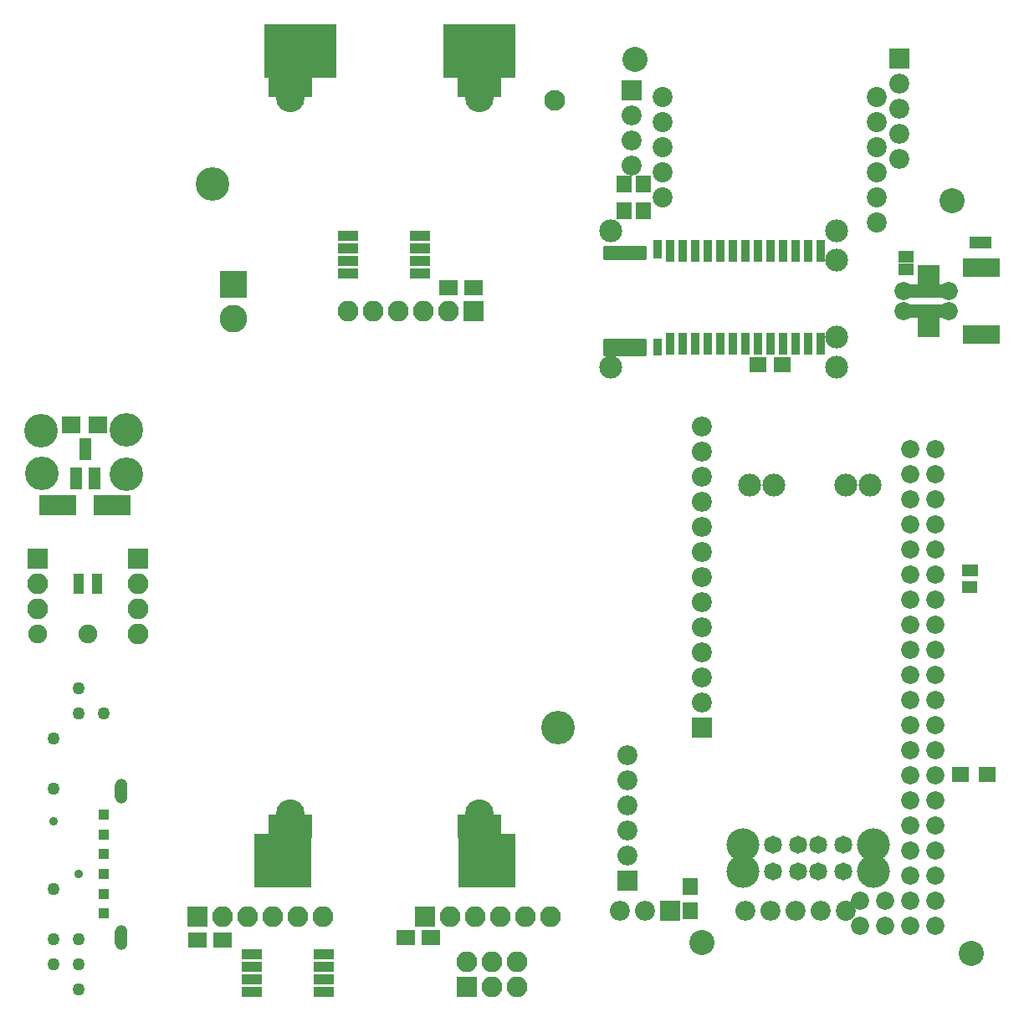
<source format=gts>
%MOIN*%
%OFA0B0*%
%FSLAX46Y46*%
%IPPOS*%
%LPD*%
%ADD10C,0.0039370078740157488*%
%ADD11C,0.1*%
%ADD12R,0.063779527559055124X0.07165354330708662*%
%ADD13O,0.091338582677165353X0.091338582677165353*%
%ADD14R,0.079527559055118116X0.079527559055118116*%
%ADD15O,0.079527559055118116X0.079527559055118116*%
%ADD16R,0.15039370078740158X0.05196850393700788*%
%ADD17R,0.14645669291338584X0.075590551181102361*%
%ADD18C,0.0725984251968504*%
%ADD19R,0.091338582677165353X0.091338582677165353*%
%ADD20R,0.0625984251968504X0.050787401574803152*%
%ADD21C,0.079527559055118116*%
%ADD22R,0.07165354330708662X0.063779527559055124*%
%ADD23R,0.061811023622047247X0.07165354330708662*%
%ADD24R,0.07165354330708662X0.061811023622047247*%
%ADD25R,0.036220472440944888X0.067716535433070865*%
%ADD26R,0.036220472440944888X0.091338582677165353*%
%ADD27R,0.036220472440944888X0.075590551181102361*%
%ADD28R,0.032283464566929133X0.048031496062992125*%
%ADD29C,0.07165354330708662*%
%ADD30C,0.13070866141732285*%
%ADD31C,0.091338582677165353*%
%ADD32C,0.01*%
%ADD43C,0.0078740157480314977*%
%ADD44C,0.1141732283464567*%
%ADD45R,0.29133858267716539X0.21259842519685043*%
%ADD46R,0.2283464566929134X0.21259842519685043*%
%ADD47C,0.082677165354330714*%
%ADD48C,0.13385826771653545*%
%ADD49R,0.17322834645669294X0.094488188976377951*%
%ADD50C,0.11023622047244094*%
%ADD51R,0.11023622047244094X0.11023622047244094*%
%ADD52C,0.0078740157480314977*%
%ADD53R,0.074803149606299218X0.064960629921259838*%
%ADD54R,0.082677165354330714X0.041338582677165357*%
%ADD55R,0.082677165354330714X0.082677165354330714*%
%ADD56O,0.082677165354330714X0.082677165354330714*%
%ADD57C,0.0078740157480314977*%
%ADD58R,0.074803149606299218X0.064960629921259838*%
%ADD59R,0.082677165354330714X0.082677165354330714*%
%ADD60O,0.082677165354330714X0.082677165354330714*%
%ADD61C,0.0078740157480314977*%
%ADD62R,0.082677165354330714X0.082677165354330714*%
%ADD63O,0.082677165354330714X0.082677165354330714*%
%ADD64R,0.041338582677165357X0.031496062992125991*%
%ADD65C,0.074803149606299218*%
%ADD66C,0.005905511811023622*%
%ADD67R,0.04X0.04*%
%ADD68O,0.05X0.1*%
%ADD69C,0.05*%
%ADD70C,0.035*%
%ADD71C,0.0078740157480314977*%
%ADD72R,0.1456692913385827X0.082677165354330714*%
%ADD73R,0.047244094488188976X0.0905511811023622*%
%ADD74R,0.074803149606299218X0.066929133858267723*%
%ADD75C,0.13385826771653545*%
%ADD76C,0.0078740157480314977*%
%ADD77R,0.074803149606299218X0.064960629921259838*%
%ADD78R,0.082677165354330714X0.041338582677165357*%
%ADD79R,0.082677165354330714X0.082677165354330714*%
%ADD80O,0.082677165354330714X0.082677165354330714*%
%ADD81C,0.0078740157480314977*%
%LPD*%
G01G01*
D10*
D11*
X0000728346Y0005511811D02*
X0003753937Y0003220472D03*
D12*
X0002525846Y0003181161D03*
X0002525846Y0003287460D03*
D13*
X0002394661Y0003103118D03*
X0002394661Y0002559811D03*
X0003294661Y0003103118D03*
X0003294661Y0002985007D03*
X0003294661Y0002677921D03*
X0003294661Y0002559811D03*
D14*
X0002463346Y0000511811D03*
D15*
X0002463346Y0000611811D03*
X0002463346Y0000711811D03*
X0002463346Y0000811811D03*
X0002463346Y0000911810D03*
X0002463346Y0001011811D03*
D16*
X0003653094Y0002782440D03*
X0003653094Y0002861181D03*
D17*
X0003871598Y0002687952D03*
X0003871598Y0002955669D03*
D18*
X0003562346Y0002781811D03*
X0003562346Y0002861811D03*
X0003742346Y0002861811D03*
X0003742346Y0002781811D03*
D19*
X0003662346Y0002721811D03*
X0003662346Y0002921811D03*
D14*
X0002758346Y0001121811D03*
D15*
X0002758346Y0001221811D03*
X0002758346Y0001321811D03*
X0002758346Y0001421811D03*
X0002758346Y0001521811D03*
X0002758346Y0001621811D03*
X0002758346Y0001721810D03*
X0002758346Y0001821811D03*
X0002758346Y0001921810D03*
X0002758346Y0002021811D03*
X0002758346Y0002121811D03*
X0002758346Y0002221811D03*
X0002758346Y0002321811D03*
D14*
X0002478346Y0003661810D03*
D15*
X0002478346Y0003561811D03*
X0002478346Y0003461811D03*
X0002478346Y0003361811D03*
D20*
X0003570346Y0002946614D03*
X0003570346Y0002997007D03*
D14*
X0003546346Y0003787811D03*
D15*
X0003546346Y0003687811D03*
X0003546346Y0003587811D03*
X0003546346Y0003487811D03*
X0003546346Y0003387811D03*
D12*
X0002448346Y0003180511D03*
X0002448346Y0003286811D03*
D21*
X0002602346Y0003633811D03*
X0002602346Y0003533811D03*
X0002602346Y0003433811D03*
X0002602346Y0003333811D03*
X0002602346Y0003233811D03*
X0003456677Y0003633811D03*
X0003456677Y0003533811D03*
X0003456677Y0003433811D03*
X0003456677Y0003333811D03*
X0003456677Y0003233811D03*
X0003456677Y0003133811D03*
D22*
X0003894045Y0000935410D03*
X0003787746Y0000935410D03*
D23*
X0002710846Y0000390098D03*
X0002710846Y0000488523D03*
D24*
X0002981633Y0002569310D03*
X0003080059Y0002569310D03*
D25*
X0002583346Y0002638110D03*
D26*
X0002633346Y0002649921D03*
X0002683346Y0002649921D03*
X0002733346Y0002649921D03*
X0002783346Y0002649921D03*
X0002833346Y0002649921D03*
X0002883346Y0002649921D03*
X0002933346Y0002649921D03*
X0002983346Y0002649921D03*
X0003033346Y0002649921D03*
X0003083346Y0002649921D03*
X0003133346Y0002649921D03*
X0003183346Y0002649921D03*
X0003233346Y0002649921D03*
X0003233346Y0003020000D03*
X0003183346Y0003020000D03*
X0003133346Y0003020000D03*
X0003083346Y0003020000D03*
X0003033346Y0003020000D03*
X0002983346Y0003020000D03*
X0002933346Y0003020000D03*
X0002883346Y0003020000D03*
X0002833346Y0003020000D03*
X0002783346Y0003020000D03*
X0002733346Y0003020000D03*
X0002683346Y0003020000D03*
X0002633346Y0003020000D03*
D27*
X0002583346Y0003027874D03*
D28*
X0003811946Y0001682211D03*
X0003839505Y0001682211D03*
X0003813187Y0001749811D03*
X0003840746Y0001749811D03*
D29*
X0003320767Y0000549192D03*
X0003220767Y0000549192D03*
X0003140846Y0000549192D03*
X0003040846Y0000549192D03*
D30*
X0003440846Y0000654311D03*
X0002922736Y0000654311D03*
D14*
X0002630846Y0000391810D03*
D15*
X0002530846Y0000391810D03*
X0002430846Y0000391810D03*
D29*
X0003042425Y0000653811D03*
X0003142425Y0000653811D03*
X0003222346Y0000653811D03*
X0003322346Y0000653811D03*
D30*
X0002922346Y0000548692D03*
X0003440456Y0000548692D03*
D21*
X0003330846Y0000391810D03*
D15*
X0003230846Y0000391810D03*
X0003130846Y0000391810D03*
X0003030846Y0000391810D03*
X0002930846Y0000391810D03*
D18*
X0003588346Y0002231811D03*
X0003688346Y0002231811D03*
X0003588346Y0002131810D03*
X0003688346Y0002131810D03*
X0003588346Y0002031811D03*
X0003688346Y0002031811D03*
X0003588346Y0001931811D03*
X0003688346Y0001931811D03*
X0003588346Y0001831811D03*
X0003688346Y0001831811D03*
X0003588346Y0001731811D03*
X0003688346Y0001731811D03*
X0003588346Y0001631810D03*
X0003688346Y0001631810D03*
X0003588346Y0001531811D03*
X0003688346Y0001531811D03*
X0003588346Y0001431810D03*
X0003688346Y0001431810D03*
X0003588346Y0001331811D03*
X0003688346Y0001331811D03*
X0003588346Y0001231810D03*
X0003688346Y0001231810D03*
X0003588346Y0001131811D03*
X0003688346Y0001131811D03*
X0003588346Y0001031811D03*
X0003688346Y0001031811D03*
X0003588346Y0000931811D03*
X0003688346Y0000931811D03*
X0003588346Y0000831811D03*
X0003688346Y0000831811D03*
X0003588346Y0000731810D03*
X0003688346Y0000731810D03*
X0003588346Y0000631811D03*
X0003688346Y0000631811D03*
X0003588346Y0000531810D03*
X0003688346Y0000531810D03*
X0003588346Y0000431810D03*
X0003688346Y0000431810D03*
X0003588346Y0000331810D03*
X0003688346Y0000331810D03*
X0003488346Y0000431810D03*
X0003488346Y0000331810D03*
X0003388346Y0000431810D03*
X0003388346Y0000331810D03*
D31*
X0003046881Y0002087811D03*
X0002948456Y0002087811D03*
X0003428771Y0002087811D03*
X0003330346Y0002087811D03*
D28*
X0003896105Y0003056211D03*
X0003868546Y0003056211D03*
X0003840987Y0003056211D03*
D11*
X0002492125Y0003783464D03*
X0002759842Y0000265748D03*
X0003832677Y0000220472D03*
D32*
G36*
X0002530433Y0002993188D02*
X0002367204Y0002993188D01*
X0002367204Y0003038307D01*
X0002530433Y0003038307D01*
X0002530433Y0002993188D01*
X0002530433Y0002993188D01*
G37*
X0002530433Y0002993188D02*
X0002367204Y0002993188D01*
X0002367204Y0003038307D01*
X0002530433Y0003038307D01*
X0002530433Y0002993188D01*
G36*
X0002530433Y0002607362D02*
X0002367204Y0002607362D01*
X0002367204Y0002668228D01*
X0002530433Y0002668228D01*
X0002530433Y0002607362D01*
X0002530433Y0002607362D01*
G37*
X0002530433Y0002607362D02*
X0002367204Y0002607362D01*
X0002367204Y0002668228D01*
X0002530433Y0002668228D01*
X0002530433Y0002607362D01*
G04 next file*
G04 Gerber Fmt 4.6, Leading zero omitted, Abs format (unit mm)*
G04 Created by KiCad (PCBNEW 4.0.4-stable) date 05/07/17 02:49:31*
G01G01*
G04 APERTURE LIST*
G04 APERTURE END LIST*
D43*
D44*
X-0004409448Y0006141732D02*
X0001120078Y0003631889D03*
X0001872047Y0003631889D03*
X0001120078Y0000777559D03*
X0001872047Y0000777559D03*
D45*
X0001159448Y0003818897D03*
X0001872047Y0003818897D03*
D46*
X0001088582Y0000590551D03*
X0001903543Y0000590551D03*
D47*
X0002173228Y0003622047D03*
D48*
X0000807086Y0003287401D03*
X0002185039Y0001122047D03*
D49*
X0001120078Y0003681102D03*
X0001872047Y0003681102D03*
X0001120078Y0000728346D03*
X0001872047Y0000728346D03*
D50*
X0000892859Y0002751651D03*
D51*
X0000892859Y0002889447D03*
G04 next file*
G04 Gerber Fmt 4.6, Leading zero omitted, Abs format (unit mm)*
G04 Created by KiCad (PCBNEW 4.0.4-stable) date 05/07/17 05:40:39*
G01G01*
G04 APERTURE LIST*
G04 APERTURE END LIST*
D52*
D53*
X-0004251968Y0007125984D02*
X0001848425Y0002874015D03*
X0001749999Y0002874015D03*
D54*
X0001347440Y0003080905D03*
X0001347440Y0003030905D03*
X0001347440Y0002980905D03*
X0001347440Y0002930905D03*
X0001634842Y0002930905D03*
X0001634842Y0002980905D03*
X0001634842Y0003030905D03*
X0001634842Y0003080905D03*
D55*
X0001850196Y0002781496D03*
D56*
X0001750196Y0002781496D03*
X0001650196Y0002781496D03*
X0001550196Y0002781496D03*
X0001450196Y0002781496D03*
X0001350196Y0002781496D03*
G04 next file*
G04 Gerber Fmt 4.6, Leading zero omitted, Abs format (unit mm)*
G04 Created by KiCad (PCBNEW 4.0.4-stable) date 05/07/17 06:05:31*
G01G01*
G04 APERTURE LIST*
G04 APERTURE END LIST*
D57*
D58*
X0007755905Y-0003976377D02*
X0001677165Y0000283464D03*
X0001578740Y0000283464D03*
D59*
X0001653740Y0000368110D03*
D60*
X0001753740Y0000368110D03*
X0001853740Y0000368110D03*
X0001953740Y0000368110D03*
X0002053740Y0000368110D03*
X0002153740Y0000368110D03*
D59*
X0001821259Y0000086614D03*
D60*
X0001821259Y0000186614D03*
X0001921259Y0000086614D03*
X0001921259Y0000186614D03*
X0002021259Y0000086614D03*
X0002021259Y0000186614D03*
G04 next file*
G04 Gerber Fmt 4.6, Leading zero omitted, Abs format (unit mm)*
G04 Created by KiCad (PCBNEW 4.0.4-stable) date 03/14/17 02:45:12*
G01G01*
G04 APERTURE LIST*
G04 APERTURE END LIST*
D61*
D62*
X0005511811Y-0002204724D02*
X0000111811Y0001795275D03*
D63*
X0000111811Y0001695275D03*
X0000111811Y0001595275D03*
D62*
X0000511811Y0001795275D03*
D63*
X0000511811Y0001695275D03*
X0000511811Y0001595275D03*
X0000511811Y0001495275D03*
D64*
X0000274409Y0001720866D03*
X0000274409Y0001669685D03*
X0000349212Y0001695275D03*
X0000274409Y0001695275D03*
X0000349212Y0001669685D03*
X0000349212Y0001720866D03*
D65*
X0000311810Y0001495275D03*
X0000111811Y0001495275D03*
G04 next file*
G04 Gerber Fmt 4.6, Leading zero omitted, Abs format (unit mm)*
G04 Created by KiCad (PCBNEW 4.0.4-stable) date 03/14/17 04:06:51*
G01G01*
G04 APERTURE LIST*
G04 APERTURE END LIST*
D66*
D67*
X0008425196Y-0004842519D02*
X0000375196Y0000616850D03*
X0000375196Y0000538110D03*
X0000375196Y0000695590D03*
X0000375196Y0000459370D03*
X0000375196Y0000774330D03*
X0000375196Y0000380629D03*
D68*
X0000446062Y0000286141D03*
X0000446062Y0000868818D03*
D69*
X0000375196Y0001177480D03*
X0000175196Y0000277480D03*
X0000175196Y0000177480D03*
X0000275196Y0000177480D03*
X0000275196Y0000277480D03*
X0000275196Y0000077480D03*
X0000175196Y0000477480D03*
X0000275196Y0001277480D03*
X0000175196Y0001077480D03*
X0000175196Y0000877480D03*
X0000275196Y0001177480D03*
D70*
X0000275196Y0000537480D03*
X0000175196Y0000747480D03*
G04 next file*
G04 Gerber Fmt 4.6, Leading zero omitted, Abs format (unit mm)*
G04 Created by KiCad (PCBNEW 4.0.4-stable) date 05/07/17 07:19:11*
G01G01*
G04 APERTURE LIST*
G04 APERTURE END LIST*
D71*
D72*
X-0005511811Y0005826771D02*
X0000409448Y0002009842D03*
X0000192913Y0002009842D03*
D73*
X0000263779Y0002114173D03*
X0000338582Y0002114173D03*
X0000301181Y0002232283D03*
D74*
X0000246062Y0002329724D03*
X0000352362Y0002329724D03*
D75*
X0000125984Y0002304133D03*
X0000128937Y0002135826D03*
X0000466535Y0002307086D03*
X0000465551Y0002132874D03*
G04 next file*
G04 Gerber Fmt 4.6, Leading zero omitted, Abs format (unit mm)*
G04 Created by KiCad (PCBNEW 4.0.4-stable) date 05/07/17 05:40:39*
G01G01*
G04 APERTURE LIST*
G04 APERTURE END LIST*
D76*
D77*
X0006850393Y-0003976377D02*
X0000750000Y0000275590D03*
X0000848425Y0000275590D03*
D78*
X0001250984Y0000068700D03*
X0001250984Y0000118700D03*
X0001250984Y0000168700D03*
X0001250984Y0000218700D03*
X0000963582Y0000218700D03*
X0000963582Y0000168700D03*
X0000963582Y0000118700D03*
X0000963582Y0000068700D03*
D79*
X0000748228Y0000368110D03*
D80*
X0000848228Y0000368110D03*
X0000948228Y0000368110D03*
X0001048228Y0000368110D03*
X0001148228Y0000368110D03*
X0001248228Y0000368110D03*
G04 next file*
G04 Gerber Fmt 4.6, Leading zero omitted, Abs format (unit mm)*
G04 Created by KiCad (PCBNEW 4.0.4-stable) date 05/08/17 19:25:46*
G01G01*
G04 APERTURE LIST*
G04 APERTURE END LIST*
D81*
M02*
</source>
